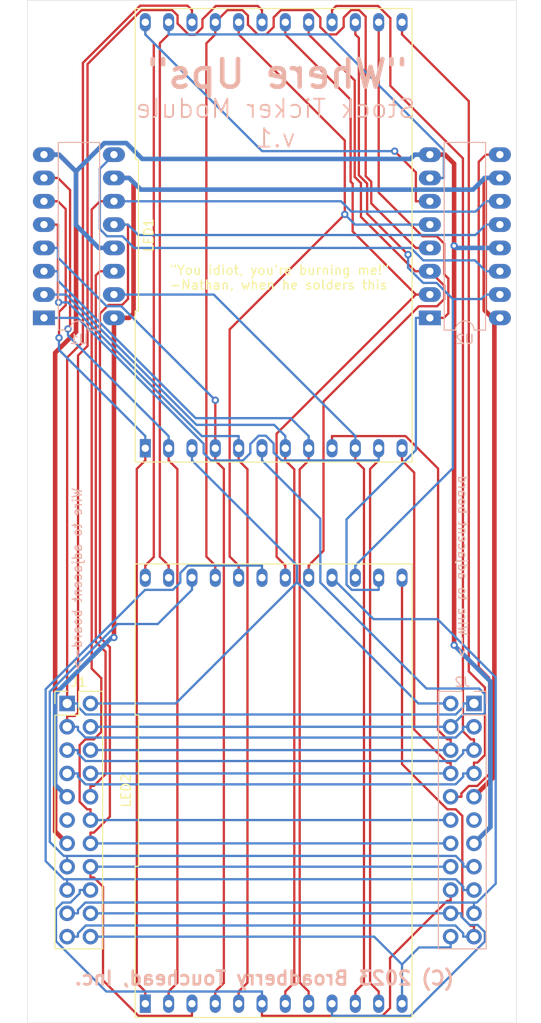
<source format=kicad_pcb>
(kicad_pcb (version 20221018) (generator pcbnew)
  (layers (0 "F.Cu" signal) (31 "B.Cu" signal) (34 "B.Paste" user) (35 "F.Paste" user) (36 "B.SilkS" user "B.Silkscreen") (37 "F.SilkS" user "F.Silkscreen") (38 "B.Mask" user) (39 "F.Mask" user) (44 "Edge.Cuts" user))
  (net 0 "")
  (net 1 "Net-(J1-Pin_1)")
  (net 2 "Net-(J1-Pin_2)")
  (net 3 "Net-(J1-Pin_3)")
  (net 4 "Net-(J1-Pin_4)")
  (net 5 "Net-(J1-Pin_8)")
  (net 6 "Net-(J1-Pin_10)")
  (net 7 "Net-(J1-Pin_12)")
  (net 8 "Net-(J1-Pin_14)")
  (net 9 "Net-(J1-Pin_15)")
  (net 10 "Net-(J1-Pin_16)")
  (net 11 "Net-(J1-Pin_17)")
  (net 12 "Net-(J1-Pin_18)")
  (net 13 "Net-(J1-Pin_19)")
  (net 14 "Net-(J1-Pin_20)")
  (net 15 "Net-(J1-Pin_21)")
  (net 16 "Net-(J1-Pin_22)")
  (net 17 "Net-(U1-QG)")
  (net 18 "Net-(U1-QH)")
  (net 19 "Net-(U1-QE)")
  (net 20 "Net-(U1-QF)")
  (net 21 "Net-(U1-QC)")
  (net 22 "Net-(U1-QD)")
  (net 23 "Net-(U1-QA)")
  (net 24 "Net-(U1-QB)")
  (net 25 "Net-(U2-QB)")
  (net 26 "Net-(U2-QA)")
  (net 27 "Net-(U2-QD)")
  (net 28 "Net-(U2-QC)")
  (net 29 "Net-(U2-QF)")
  (net 30 "Net-(U2-QE)")
  (net 31 "Net-(U2-QH)")
  (net 32 "Net-(U2-QG)")
  (net 33 "Net-(U1-QH')")
  (net 34 "Net-(J1-Pin_5)")
  (net 35 "Net-(J1-Pin_6)")
  (net 36 "Net-(J1-Pin_7)")
  (net 38 "Net-(J2-Pin_10)")
  (net 40 "+3V3")
  (net 41 "GND")
  (footprint "customLedMatrix:8x8BicolorMatrix" (layer "F.Cu") (at 150 69)
    (fp_text reference "LED1")
    (fp_text value "8x8BicolorMatrix")
  )
  (footprint "customLedMatrix:8x8BicolorMatrix" (layer "F.Cu") (at 150 129.5)
    (fp_text reference "LED2")
    (fp_text value "8x8BicolorMatrix")
  )
  (footprint "Connector_PinHeader_2.54mm:PinHeader_2x11_P2.54mm_Vertical" (layer "F.Cu") (at 127.525 120)
    (fp_text reference "J1")
    (fp_text value "Conn_02x11_Odd_Even")
  )
  (footprint "Package_DIP:DIP-16_W7.62mm_LongPads" (layer "B.Cu") (at 125 78)
    (fp_text reference "U1")
    (fp_text value "74HC595")
  )
  (footprint "Package_DIP:DIP-16_W7.62mm_LongPads" (layer "B.Cu") (at 167 78)
    (fp_text reference "U2")
    (fp_text value "74HC595")
  )
  (footprint "Connector_PinHeader_2.54mm:PinHeader_2x11_P2.54mm_Vertical" (layer "B.Cu") (at 171.8 120 180)
    (fp_text reference "J2")
    (fp_text value "Conn_02x11_Odd_Even")
  )
  (gr_rect (start 123.2 43.4) (end 176.4 154.8) (stroke (width 0.05)) (fill none) (layer "Edge.Cuts"))
  (gr_text "<-Wire to adjacent board" (at 170 115.2 -90) (layer "B.SilkS") (effects (font (size 1 1)) (justify left bottom mirror)))
  (gr_text "{dblquote}Where Ups{dblquote}" (at 150.4 53.2) (layer "B.SilkS") (effects (font (size 3 3) (thickness 0.5) bold) (justify bottom mirror)))
  (gr_text "Wire to adjacent board->" (at 129.2 96.4 90) (layer "B.SilkS") (effects (font (size 1 1)) (justify left bottom mirror)))
  (gr_text "(C) 2023 Broadberry Touchead, Inc." (at 169.8 150.8) (layer "B.SilkS") (effects (font (size 1.5 1.5) (thickness 0.3)) (justify left bottom mirror)))
  (gr_text "Stock Ticker Module\nv.1" (at 150.2 59.6) (layer "B.SilkS") (effects (font (size 2 2) (thickness 0.2)) (justify bottom mirror)))
  (gr_text "{dblquote}You idiot, you're burning me!{dblquote}\n-Nathan, when he solders this" (at 138.6 75) (layer "F.SilkS") (effects (font (size 1 1)) (justify left bottom)))
  (segment (start 140.6284 43.9933) (end 135.4737 43.9933) (width 0.25) (layer "F.Cu") (net 1))
  (segment (start 127.525 82.3257) (end 127.525 120) (width 0.25) (layer "F.Cu") (net 1))
  (segment (start 141.11 44.4749) (end 140.6284 43.9933) (width 0.25) (layer "F.Cu") (net 1))
  (segment (start 129.2373 80.6134) (end 127.525 82.3257) (width 0.25) (layer "F.Cu") (net 1))
  (segment (start 135.4737 43.9933) (end 129.2373 50.2297) (width 0.25) (layer "F.Cu") (net 1))
  (segment (start 129.2373 50.2297) (end 129.2373 80.6134) (width 0.25) (layer "F.Cu") (net 1))
  (segment (start 141.11 45.8) (end 141.11 44.4749) (width 0.25) (layer "F.Cu") (net 1))
  (segment (start 128.7001 120.3672) (end 129.5345 121.2016) (width 0.25) (layer "B.Cu") (net 1))
  (segment (start 169.8151 121.2016) (end 170.6249 120.3918) (width 0.25) (layer "B.Cu") (net 1))
  (segment (start 127.525 120) (end 128.7001 120) (width 0.25) (layer "B.Cu") (net 1))
  (segment (start 128.7001 120) (end 128.7001 120.3672) (width 0.25) (layer "B.Cu") (net 1))
  (segment (start 171.8 120) (end 170.6249 120) (width 0.25) (layer "B.Cu") (net 1))
  (segment (start 170.6249 120.3918) (end 170.6249 120) (width 0.25) (layer "B.Cu") (net 1))
  (segment (start 129.5345 121.2016) (end 169.8151 121.2016) (width 0.25) (layer "B.Cu") (net 1))
  (segment (start 152.54 104.9551) (end 152.54 106.7969) (width 0.25) (layer "B.Cu") (net 2))
  (segment (start 130.065 120) (end 139.3369 120) (width 0.25) (layer "B.Cu") (net 2))
  (segment (start 141.11 92.2) (end 141.11 93.5251) (width 0.25) (layer "B.Cu") (net 2))
  (segment (start 139.3369 120) (end 152.54 106.7969) (width 0.25) (layer "B.Cu") (net 2))
  (segment (start 152.54 106.7969) (end 165.7431 120) (width 0.25) (layer "B.Cu") (net 2))
  (segment (start 165.7431 120) (end 169.26 120) (width 0.25) (layer "B.Cu") (net 2))
  (segment (start 141.11 93.5251) (end 152.54 104.9551) (width 0.25) (layer "B.Cu") (net 2))
  (segment (start 148.2799 44.0248) (end 143.7064 44.0248) (width 0.25) (layer "F.Cu") (net 3))
  (segment (start 142.2474 46.3733) (end 141.4538 47.1669) (width 0.25) (layer "F.Cu") (net 3))
  (segment (start 139.5422 45.9409) (end 139.5422 45.055) (width 0.25) (layer "F.Cu") (net 3))
  (segment (start 148.73 45.8) (end 148.73 44.4749) (width 0.25) (layer "F.Cu") (net 3))
  (segment (start 129.7446 50.3591) (end 129.7446 81.0609) (width 0.25) (layer "F.Cu") (net 3))
  (segment (start 135.6288 44.4749) (end 129.7446 50.3591) (width 0.25) (layer "F.Cu") (net 3))
  (segment (start 140.7682 47.1669) (end 139.5422 45.9409) (width 0.25) (layer "F.Cu") (net 3))
  (segment (start 148.73 44.4749) (end 148.2799 44.0248) (width 0.25) (layer "F.Cu") (net 3))
  (segment (start 139.5422 45.055) (end 138.9621 44.4749) (width 0.25) (layer "F.Cu") (net 3))
  (segment (start 138.9621 44.4749) (end 135.6288 44.4749) (width 0.25) (layer "F.Cu") (net 3))
  (segment (start 129.7446 81.0609) (end 128.7086 82.0969) (width 0.25) (layer "F.Cu") (net 3))
  (segment (start 128.7086 82.0969) (end 128.7086 121.0123) (width 0.25) (layer "F.Cu") (net 3))
  (segment (start 142.2474 45.4838) (end 142.2474 46.3733) (width 0.25) (layer "F.Cu") (net 3))
  (segment (start 128.7086 121.0123) (end 128.356 121.3649) (width 0.25) (layer "F.Cu") (net 3))
  (segment (start 143.7064 44.0248) (end 142.2474 45.4838) (width 0.25) (layer "F.Cu") (net 3))
  (segment (start 128.356 121.3649) (end 127.525 121.3649) (width 0.25) (layer "F.Cu") (net 3))
  (segment (start 141.4538 47.1669) (end 140.7682 47.1669) (width 0.25) (layer "F.Cu") (net 3))
  (segment (start 127.525 122.54) (end 127.525 121.3649) (width 0.25) (layer "F.Cu") (net 3))
  (segment (start 128.7001 122.9073) (end 129.5079 123.7151) (width 0.25) (layer "B.Cu") (net 3))
  (segment (start 170.6249 122.9052) (end 170.6249 122.54) (width 0.25) (layer "B.Cu") (net 3))
  (segment (start 127.525 122.54) (end 128.7001 122.54) (width 0.25) (layer "B.Cu") (net 3))
  (segment (start 128.7001 122.54) (end 128.7001 122.9073) (width 0.25) (layer "B.Cu") (net 3))
  (segment (start 129.5079 123.7151) (end 169.815 123.7151) (width 0.25) (layer "B.Cu") (net 3))
  (segment (start 169.815 123.7151) (end 170.6249 122.9052) (width 0.25) (layer "B.Cu") (net 3))
  (segment (start 171.8 122.54) (end 170.6249 122.54) (width 0.25) (layer "B.Cu") (net 3))
  (segment (start 172.831 121.1752) (end 170.6248 121.1752) (width 0.25) (layer "B.Cu") (net 4))
  (segment (start 155.08 99.8751) (end 155.08 106.8226) (width 0.25) (layer "B.Cu") (net 4))
  (segment (start 148.73 93.5251) (end 155.08 99.8751) (width 0.25) (layer "B.Cu") (net 4))
  (segment (start 169.26 122.54) (end 131.2401 122.54) (width 0.25) (layer "B.Cu") (net 4))
  (segment (start 166.6311 118.3737) (end 172.361 118.3737) (width 0.25) (layer "B.Cu") (net 4))
  (segment (start 130.065 122.54) (end 131.2401 122.54) (width 0.25) (layer "B.Cu") (net 4))
  (segment (start 148.73 92.2) (end 148.73 93.5251) (width 0.25) (layer "B.Cu") (net 4))
  (segment (start 172.9752 121.031) (end 172.831 121.1752) (width 0.25) (layer "B.Cu") (net 4))
  (segment (start 170.6248 121.1752) (end 169.26 122.54) (width 0.25) (layer "B.Cu") (net 4))
  (segment (start 155.08 106.8226) (end 166.6311 118.3737) (width 0.25) (layer "B.Cu") (net 4))
  (segment (start 172.9752 118.9879) (end 172.9752 121.031) (width 0.25) (layer "B.Cu") (net 4))
  (segment (start 172.361 118.3737) (end 172.9752 118.9879) (width 0.25) (layer "B.Cu") (net 4))
  (segment (start 163.97 93.5251) (end 165.2951 94.8502) (width 0.25) (layer "F.Cu") (net 5))
  (segment (start 168.8947 126.4449) (end 169.26 126.4449) (width 0.25) (layer "F.Cu") (net 5))
  (segment (start 163.97 92.2) (end 163.97 93.5251) (width 0.25) (layer "F.Cu") (net 5))
  (segment (start 165.2951 122.8453) (end 168.8947 126.4449) (width 0.25) (layer "F.Cu") (net 5))
  (segment (start 169.26 127.62) (end 169.26 126.4449) (width 0.25) (layer "F.Cu") (net 5))
  (segment (start 165.2951 94.8502) (end 165.2951 122.8453) (width 0.25) (layer "F.Cu") (net 5))
  (segment (start 130.065 127.62) (end 169.26 127.62) (width 0.25) (layer "B.Cu") (net 5))
  (segment (start 131.0949 72.92) (end 130.6448 73.3701) (width 0.25) (layer "F.Cu") (net 6))
  (segment (start 132.62 72.92) (end 131.0949 72.92) (width 0.25) (layer "F.Cu") (net 6))
  (segment (start 131.7043 114.3571) (end 131.7043 127.7108) (width 0.25) (layer "F.Cu") (net 6))
  (segment (start 130.6448 73.3701) (end 130.6448 113.2976) (width 0.25) (layer "F.Cu") (net 6))
  (segment (start 130.4302 128.9849) (end 130.065 128.9849) (width 0.25) (layer "F.Cu") (net 6))
  (segment (start 130.6448 113.2976) (end 131.7043 114.3571) (width 0.25) (layer "F.Cu") (net 6))
  (segment (start 131.7043 127.7108) (end 130.4302 128.9849) (width 0.25) (layer "F.Cu") (net 6))
  (segment (start 130.065 130.16) (end 130.065 128.9849) (width 0.25) (layer "F.Cu") (net 6))
  (segment (start 130.4408 123.9048) (end 129.515 123.9048) (width 0.25) (layer "F.Cu") (net 7))
  (segment (start 131.2402 117.2492) (end 131.2402 123.1054) (width 0.25) (layer "F.Cu") (net 7))
  (segment (start 130.065 132.7) (end 130.065 131.5249) (width 0.25) (layer "F.Cu") (net 7))
  (segment (start 128.885 130.7102) (end 129.6997 131.5249) (width 0.25) (layer "F.Cu") (net 7))
  (segment (start 129.515 123.9048) (end 128.885 124.5348) (width 0.25) (layer "F.Cu") (net 7))
  (segment (start 129.6997 131.5249) (end 130.065 131.5249) (width 0.25) (layer "F.Cu") (net 7))
  (segment (start 131.2402 123.1054) (end 130.4408 123.9048) (width 0.25) (layer "F.Cu") (net 7))
  (segment (start 128.885 124.5348) (end 128.885 130.7102) (width 0.25) (layer "F.Cu") (net 7))
  (segment (start 130.1947 66.2002) (end 130.1947 116.2037) (width 0.25) (layer "F.Cu") (net 7))
  (segment (start 131.0949 65.3) (end 130.1947 66.2002) (width 0.25) (layer "F.Cu") (net 7))
  (segment (start 130.1947 116.2037) (end 131.2402 117.2492) (width 0.25) (layer "F.Cu") (net 7))
  (segment (start 132.62 65.3) (end 131.0949 65.3) (width 0.25) (layer "F.Cu") (net 7))
  (segment (start 171.9698 66.4251) (end 158.4635 66.4251) (width 0.25) (layer "B.Cu") (net 7))
  (segment (start 157.3384 65.3) (end 134.1451 65.3) (width 0.25) (layer "B.Cu") (net 7))
  (segment (start 174.62 65.3) (end 173.0949 65.3) (width 0.25) (layer "B.Cu") (net 7))
  (segment (start 130.065 132.7) (end 169.26 132.7) (width 0.25) (layer "B.Cu") (net 7))
  (segment (start 158.4635 66.4251) (end 157.3384 65.3) (width 0.25) (layer "B.Cu") (net 7))
  (segment (start 132.62 65.3) (end 134.1451 65.3) (width 0.25) (layer "B.Cu") (net 7))
  (segment (start 173.0949 65.3) (end 171.9698 66.4251) (width 0.25) (layer "B.Cu") (net 7))
  (segment (start 130.065 135.24) (end 130.065 134.0649) (width 0.25) (layer "F.Cu") (net 8))
  (segment (start 134.1451 67.84) (end 134.1451 75.9514) (width 0.25) (layer "F.Cu") (net 8))
  (segment (start 134.1451 75.9514) (end 133.5113 76.5852) (width 0.25) (layer "F.Cu") (net 8))
  (segment (start 132.1759 132.3192) (end 130.4302 134.0649) (width 0.25) (layer "F.Cu") (net 8))
  (segment (start 132.0435 76.5852) (end 131.0949 77.5338) (width 0.25) (layer "F.Cu") (net 8))
  (segment (start 130.4302 134.0649) (end 130.065 134.0649) (width 0.25) (layer "F.Cu") (net 8))
  (segment (start 132.1759 113.874) (end 132.1759 132.3192) (width 0.25) (layer "F.Cu") (net 8))
  (segment (start 131.0949 77.5338) (end 131.0949 112.793) (width 0.25) (layer "F.Cu") (net 8))
  (segment (start 133.5113 76.5852) (end 132.0435 76.5852) (width 0.25) (layer "F.Cu") (net 8))
  (segment (start 131.0949 112.793) (end 132.1759 113.874) (width 0.25) (layer "F.Cu") (net 8))
  (segment (start 132.62 67.84) (end 134.1451 67.84) (width 0.25) (layer "F.Cu") (net 8))
  (segment (start 132.62 67.84) (end 134.1451 67.84) (width 0.25) (layer "B.Cu") (net 8))
  (segment (start 130.065 135.24) (end 169.26 135.24) (width 0.25) (layer "B.Cu") (net 8))
  (segment (start 173.0949 67.84) (end 171.9623 68.9726) (width 0.25) (layer "B.Cu") (net 8))
  (segment (start 135.2777 68.9726) (end 134.1451 67.84) (width 0.25) (layer "B.Cu") (net 8))
  (segment (start 171.9623 68.9726) (end 135.2777 68.9726) (width 0.25) (layer "B.Cu") (net 8))
  (segment (start 174.62 67.84) (end 173.0949 67.84) (width 0.25) (layer "B.Cu") (net 8))
  (segment (start 127.525 136.6049) (end 127.1597 136.6049) (width 0.25) (layer "B.Cu") (net 9))
  (segment (start 125.6357 135.0809) (end 125.6357 118.7168) (width 0.25) (layer "B.Cu") (net 9))
  (segment (start 133.0085 111.344) (end 137.3912 111.344) (width 0.25) (layer "B.Cu") (net 9))
  (segment (start 169.815 136.6049) (end 170.6249 137.4148) (width 0.25) (layer "B.Cu") (net 9))
  (segment (start 127.525 136.6049) (end 169.815 136.6049) (width 0.25) (layer "B.Cu") (net 9))
  (segment (start 141.11 106.3) (end 141.11 107.6251) (width 0.25) (layer "B.Cu") (net 9))
  (segment (start 127.525 137.78) (end 127.525 136.7174) (width 0.25) (layer "B.Cu") (net 9))
  (segment (start 170.6249 137.4148) (end 170.6249 137.78) (width 0.25) (layer "B.Cu") (net 9))
  (segment (start 137.3912 111.3439) (end 141.11 107.6251) (width 0.25) (layer "B.Cu") (net 9))
  (segment (start 125.6357 118.7168) (end 133.0085 111.344) (width 0.25) (layer "B.Cu") (net 9))
  (segment (start 171.8 137.78) (end 170.6249 137.78) (width 0.25) (layer "B.Cu") (net 9))
  (segment (start 127.525 136.7174) (end 127.525 136.6049) (width 0.25) (layer "B.Cu") (net 9))
  (segment (start 137.3912 111.344) (end 137.3912 111.3439) (width 0.25) (layer "B.Cu") (net 9))
  (segment (start 127.1597 136.6049) (end 125.6357 135.0809) (width 0.25) (layer "B.Cu") (net 9))
  (segment (start 141.11 154.0251) (end 135.2953 154.0251) (width 0.25) (layer "F.Cu") (net 10))
  (segment (start 135.2953 154.0251) (end 131.4298 150.1596) (width 0.25) (layer "F.Cu") (net 10))
  (segment (start 130.065 137.78) (end 130.065 138.9551) (width 0.25) (layer "F.Cu") (net 10))
  (segment (start 130.4302 138.9551) (end 130.065 138.9551) (width 0.25) (layer "F.Cu") (net 10))
  (segment (start 131.4298 139.9547) (end 130.4302 138.9551) (width 0.25) (layer "F.Cu") (net 10))
  (segment (start 131.4298 150.1596) (end 131.4298 139.9547) (width 0.25) (layer "F.Cu") (net 10))
  (segment (start 141.11 152.7) (end 141.11 154.0251) (width 0.25) (layer "F.Cu") (net 10))
  (segment (start 169.26 137.78) (end 130.065 137.78) (width 0.25) (layer "B.Cu") (net 10))
  (segment (start 170.6249 139.9548) (end 170.6249 140.32) (width 0.25) (layer "B.Cu") (net 11))
  (segment (start 148.73 106.3) (end 148.73 104.9749) (width 0.25) (layer "B.Cu") (net 11))
  (segment (start 139.84 106.8197) (end 139.0345 107.6252) (width 0.25) (layer "B.Cu") (net 11))
  (segment (start 125.1853 137.1705) (end 127.1597 139.1449) (width 0.25) (layer "B.Cu") (net 11))
  (segment (start 139.0345 107.6252) (end 136.0107 107.6252) (width 0.25) (layer "B.Cu") (net 11))
  (segment (start 139.84 105.784) (end 139.84 106.8197) (width 0.25) (layer "B.Cu") (net 11))
  (segment (start 127.1597 139.1449) (end 127.525 139.1449) (width 0.25) (layer "B.Cu") (net 11))
  (segment (start 171.8 140.32) (end 170.6249 140.32) (width 0.25) (layer "B.Cu") (net 11))
  (segment (start 169.815 139.1449) (end 170.6249 139.9548) (width 0.25) (layer "B.Cu") (net 11))
  (segment (start 127.525 140.32) (end 127.525 139.2574) (width 0.25) (layer "B.Cu") (net 11))
  (segment (start 136.0107 107.6252) (end 125.1853 118.4506) (width 0.25) (layer "B.Cu") (net 11))
  (segment (start 127.525 139.2574) (end 127.525 139.1449) (width 0.25) (layer "B.Cu") (net 11))
  (segment (start 140.6491 104.9749) (end 139.84 105.784) (width 0.25) (layer "B.Cu") (net 11))
  (segment (start 148.73 104.9749) (end 140.6491 104.9749) (width 0.25) (layer "B.Cu") (net 11))
  (segment (start 125.1853 118.4506) (end 125.1853 137.1705) (width 0.25) (layer "B.Cu") (net 11))
  (segment (start 127.525 139.1449) (end 169.815 139.1449) (width 0.25) (layer "B.Cu") (net 11))
  (segment (start 162.6676 153.1861) (end 162.6676 147.7222) (width 0.25) (layer "F.Cu") (net 12))
  (segment (start 148.73 152.7) (end 148.73 154.0251) (width 0.25) (layer "F.Cu") (net 12))
  (segment (start 169.26 140.32) (end 169.26 141.4951) (width 0.25) (layer "F.Cu") (net 12))
  (segment (start 162.6676 147.7222) (end 168.8947 141.4951) (width 0.25) (layer "F.Cu") (net 12))
  (segment (start 168.8947 141.4951) (end 169.26 141.4951) (width 0.25) (layer "F.Cu") (net 12))
  (segment (start 148.73 154.0251) (end 161.8286 154.0251) (width 0.25) (layer "F.Cu") (net 12))
  (segment (start 161.8286 154.0251) (end 162.6676 153.1861) (width 0.25) (layer "F.Cu") (net 12))
  (segment (start 148.73 152.7) (end 148.73 151.3749) (width 0.25) (layer "B.Cu") (net 12))
  (segment (start 126.3096 145.8983) (end 126.3096 142.403) (width 0.25) (layer "B.Cu") (net 12))
  (segment (start 131.7862 151.3749) (end 126.3096 145.8983) (width 0.25) (layer "B.Cu") (net 12))
  (segment (start 130.065 140.32) (end 128.8899 140.32) (width 0.25) (layer "B.Cu") (net 12))
  (segment (start 127.0278 141.6848) (end 127.8903 141.6848) (width 0.25) (layer "B.Cu") (net 12))
  (segment (start 127.8903 141.6848) (end 128.8899 140.6852) (width 0.25) (layer "B.Cu") (net 12))
  (segment (start 148.73 151.3749) (end 131.7862 151.3749) (width 0.25) (layer "B.Cu") (net 12))
  (segment (start 128.8899 140.6852) (end 128.8899 140.32) (width 0.25) (layer "B.Cu") (net 12))
  (segment (start 126.3096 142.403) (end 127.0278 141.6848) (width 0.25) (layer "B.Cu") (net 12))
  (segment (start 127.525 142.86) (end 128.7001 142.86) (width 0.25) (layer "B.Cu") (net 13))
  (segment (start 128.7001 142.86) (end 128.7001 142.4927) (width 0.25) (layer "B.Cu") (net 13))
  (segment (start 171.8 142.86) (end 171.8 141.6849) (width 0.25) (layer "B.Cu") (net 13))
  (segment (start 129.5079 141.6849) (end 171.8 141.6849) (width 0.25) (layer "B.Cu") (net 13))
  (segment (start 156.35 106.3) (end 160.8669 110.8169) (width 0.25) (layer "B.Cu") (net 13))
  (segment (start 172.1027 141.6849) (end 171.8 141.6849) (width 0.25) (layer "B.Cu") (net 13))
  (segment (start 174.1641 139.6235) (end 172.1027 141.6849) (width 0.25) (layer "B.Cu") (net 13))
  (segment (start 174.1641 117.1473) (end 174.1641 139.6235) (width 0.25) (layer "B.Cu") (net 13))
  (segment (start 167.8337 110.8169) (end 174.1641 117.1473) (width 0.25) (layer "B.Cu") (net 13))
  (segment (start 160.8669 110.8169) (end 167.8337 110.8169) (width 0.25) (layer "B.Cu") (net 13))
  (segment (start 128.7001 142.4927) (end 129.5079 141.6849) (width 0.25) (layer "B.Cu") (net 13))
  (segment (start 130.065 142.86) (end 169.26 142.86) (width 0.25) (layer "B.Cu") (net 14))
  (segment (start 156.35 152.7) (end 156.35 154.0251) (width 0.25) (layer "B.Cu") (net 14))
  (segment (start 172.9814 144.898) (end 172.2134 144.13) (width 0.25) (layer "B.Cu") (net 14))
  (segment (start 156.35 154.0251) (end 164.8779 154.0251) (width 0.25) (layer "B.Cu") (net 14))
  (segment (start 171.3398 144.13) (end 170.4351 143.2253) (width 0.25) (layer "B.Cu") (net 14))
  (segment (start 164.8779 154.0251) (end 172.9814 145.9216) (width 0.25) (layer "B.Cu") (net 14))
  (segment (start 169.26 142.86) (end 170.4351 142.86) (width 0.25) (layer "B.Cu") (net 14))
  (segment (start 172.9814 145.9216) (end 172.9814 144.898) (width 0.25) (layer "B.Cu") (net 14))
  (segment (start 170.4351 143.2253) (end 170.4351 142.86) (width 0.25) (layer "B.Cu") (net 14))
  (segment (start 172.2134 144.13) (end 171.3398 144.13) (width 0.25) (layer "B.Cu") (net 14))
  (segment (start 171.4347 144.2249) (end 171.8 144.2249) (width 0.25) (layer "F.Cu") (net 15))
  (segment (start 168.8917 131.5248) (end 169.8133 131.5248) (width 0.25) (layer "F.Cu") (net 15))
  (segment (start 171.8 145.4) (end 171.8 144.2249) (width 0.25) (layer "F.Cu") (net 15))
  (segment (start 170.53 132.2415) (end 170.53 143.3202) (width 0.25) (layer "F.Cu") (net 15))
  (segment (start 169.8133 131.5248) (end 170.53 132.2415) (width 0.25) (layer "F.Cu") (net 15))
  (segment (start 170.53 143.3202) (end 171.4347 144.2249) (width 0.25) (layer "F.Cu") (net 15))
  (segment (start 163.97 126.6031) (end 168.8917 131.5248) (width 0.25) (layer "F.Cu") (net 15))
  (segment (start 163.97 106.3) (end 163.97 126.6031) (width 0.25) (layer "F.Cu") (net 15))
  (segment (start 170.6249 145.4) (end 170.6249 145.0328) (width 0.25) (layer "B.Cu") (net 15))
  (segment (start 170.6249 145.0328) (end 169.7753 144.1832) (width 0.25) (layer "B.Cu") (net 15))
  (segment (start 127.525 145.4) (end 128.7001 145.4) (width 0.25) (layer "B.Cu") (net 15))
  (segment (start 128.7001 145.0347) (end 128.7001 145.4) (width 0.25) (layer "B.Cu") (net 15))
  (segment (start 129.5516 144.1832) (end 128.7001 145.0347) (width 0.25) (layer "B.Cu") (net 15))
  (segment (start 171.8 145.4) (end 170.6249 145.4) (width 0.25) (layer "B.Cu") (net 15))
  (segment (start 169.7753 144.1832) (end 129.5516 144.1832) (width 0.25) (layer "B.Cu") (net 15))
  (segment (start 160.9435 145.4) (end 163.97 148.4265) (width 0.25) (layer "B.Cu") (net 16))
  (segment (start 131.2401 145.4) (end 160.9435 145.4) (width 0.25) (layer "B.Cu") (net 16))
  (segment (start 169.26 146.5751) (end 165.8214 146.5751) (width 0.25) (layer "B.Cu") (net 16))
  (segment (start 165.8214 146.5751) (end 163.97 148.4265) (width 0.25) (layer "B.Cu") (net 16))
  (segment (start 130.065 145.4) (end 131.2401 145.4) (width 0.25) (layer "B.Cu") (net 16))
  (segment (start 163.97 152.7) (end 163.97 151.4874) (width 0.25) (layer "B.Cu") (net 16))
  (segment (start 169.26 145.4) (end 169.26 146.5751) (width 0.25) (layer "B.Cu") (net 16))
  (segment (start 163.97 151.4874) (end 163.97 148.4265) (width 0.25) (layer "B.Cu") (net 16))
  (segment (start 127.3669 66.1418) (end 126.5251 65.3) (width 0.25) (layer "F.Cu") (net 17))
  (segment (start 136.03 152.7) (end 136.03 151.3749) (width 0.25) (layer "F.Cu") (net 17))
  (segment (start 126.6403 80.171) (end 126.6403 77.3507) (width 0.25) (layer "F.Cu") (net 17))
  (segment (start 127.3669 76.6241) (end 127.3669 66.1418) (width 0.25) (layer "F.Cu") (net 17))
  (segment (start 126.6403 77.3507) (end 127.3669 76.6241) (width 0.25) (layer "F.Cu") (net 17))
  (segment (start 135.1049 94.4502) (end 135.1049 150.4498) (width 0.25) (layer "F.Cu") (net 17))
  (segment (start 136.03 93.5251) (end 135.1049 94.4502) (width 0.25) (layer "F.Cu") (net 17))
  (segment (start 135.1049 150.4498) (end 136.03 151.3749) (width 0.25) (layer "F.Cu") (net 17))
  (segment (start 136.03 92.2) (end 136.03 93.5251) (width 0.25) (layer "F.Cu") (net 17))
  (segment (start 125 65.3) (end 126.5251 65.3) (width 0.25) (layer "F.Cu") (net 17))
  (via (at 126.6403 80.171) (size 0.8) (drill 0.4) (layers "F.Cu" "B.Cu") (net 17))
  (segment (start 136.03 92.2) (end 136.03 90.8749) (width 0.25) (layer "B.Cu") (net 17))
  (segment (start 126.6403 81.4852) (end 126.6403 80.171) (width 0.25) (layer "B.Cu") (net 17))
  (segment (start 136.03 90.8749) (end 126.6403 81.4852) (width 0.25) (layer "B.Cu") (net 17))
  (segment (start 127.8438 64.0787) (end 127.8438 78.9751) (width 0.25) (layer "F.Cu") (net 18))
  (segment (start 139.5224 94.4775) (end 139.5224 150.4225) (width 0.25) (layer "F.Cu") (net 18))
  (segment (start 125 62.76) (end 126.5251 62.76) (width 0.25) (layer "F.Cu") (net 18))
  (segment (start 126.5251 62.76) (end 127.8438 64.0787) (width 0.25) (layer "F.Cu") (net 18))
  (segment (start 138.57 92.2) (end 138.57 93.5251) (width 0.25) (layer "F.Cu") (net 18))
  (segment (start 127.8438 78.9751) (end 127.613 79.2059) (width 0.25) (layer "F.Cu") (net 18))
  (segment (start 138.57 152.7) (end 138.57 151.3749) (width 0.25) (layer "F.Cu") (net 18))
  (segment (start 139.5224 150.4225) (end 138.57 151.3749) (width 0.25) (layer "F.Cu") (net 18))
  (segment (start 138.57 93.5251) (end 139.5224 94.4775) (width 0.25) (layer "F.Cu") (net 18))
  (via (at 127.613 79.2059) (size 0.8) (drill 0.4) (layers "F.Cu" "B.Cu") (net 18))
  (segment (start 138.57 90.8749) (end 127.613 79.9179) (width 0.25) (layer "B.Cu") (net 18))
  (segment (start 127.613 79.9179) (end 127.613 79.2059) (width 0.25) (layer "B.Cu") (net 18))
  (segment (start 138.57 92.2) (end 138.57 90.8749) (width 0.25) (layer "B.Cu") (net 18))
  (segment (start 143.65 92.2) (end 143.65 93.5251) (width 0.25) (layer "F.Cu") (net 19))
  (segment (start 143.65 151.3749) (end 144.5777 150.4472) (width 0.25) (layer "F.Cu") (net 19))
  (segment (start 144.5777 94.4528) (end 143.65 93.5251) (width 0.25) (layer "F.Cu") (net 19))
  (segment (start 143.65 92.2) (end 143.65 86.9671) (width 0.25) (layer "F.Cu") (net 19))
  (segment (start 144.5777 150.4472) (end 144.5777 94.4528) (width 0.25) (layer "F.Cu") (net 19))
  (segment (start 143.65 152.7) (end 143.65 151.3749) (width 0.25) (layer "F.Cu") (net 19))
  (via (at 143.65 86.9671) (size 0.8) (drill 0.4) (layers "F.Cu" "B.Cu") (net 19))
  (segment (start 126.5251 71.4285) (end 131.8266 76.73) (width 0.25) (layer "B.Cu") (net 19))
  (segment (start 126.5251 70.38) (end 126.5251 71.4285) (width 0.25) (layer "B.Cu") (net 19))
  (segment (start 131.8266 76.73) (end 133.4129 76.73) (width 0.25) (layer "B.Cu") (net 19))
  (segment (start 125 70.38) (end 126.5251 70.38) (width 0.25) (layer "B.Cu") (net 19))
  (segment (start 133.4129 76.73) (end 143.65 86.9671) (width 0.25) (layer "B.Cu") (net 19))
  (segment (start 126.5251 76.2406) (end 126.5974 76.3129) (width 0.25) (layer "F.Cu") (net 20))
  (segment (start 125 67.84) (end 126.5251 67.84) (width 0.25) (layer "F.Cu") (net 20))
  (segment (start 147.1487 94.4838) (end 147.1487 150.4162) (width 0.25) (layer "F.Cu") (net 20))
  (segment (start 146.19 152.7) (end 146.19 151.3749) (width 0.25) (layer "F.Cu") (net 20))
  (segment (start 126.5251 67.84) (end 126.5251 76.2406) (width 0.25) (layer "F.Cu") (net 20))
  (segment (start 146.19 93.5251) (end 147.1487 94.4838) (width 0.25) (layer "F.Cu") (net 20))
  (segment (start 147.1487 150.4162) (end 146.19 151.3749) (width 0.25) (layer "F.Cu") (net 20))
  (segment (start 146.19 92.2) (end 146.19 93.5251) (width 0.25) (layer "F.Cu") (net 20))
  (via (at 126.5974 76.3129) (size 0.8) (drill 0.4) (layers "F.Cu" "B.Cu") (net 20))
  (segment (start 127.6206 76.3129) (end 142.1826 90.8749) (width 0.25) (layer "B.Cu") (net 20))
  (segment (start 126.5974 76.3129) (end 127.6206 76.3129) (width 0.25) (layer "B.Cu") (net 20))
  (segment (start 142.1826 90.8749) (end 146.19 90.8749) (width 0.25) (layer "B.Cu") (net 20))
  (segment (start 146.19 92.2) (end 146.19 90.8749) (width 0.25) (layer "B.Cu") (net 20))
  (segment (start 151.27 92.2) (end 151.27 93.5251) (width 0.25) (layer "F.Cu") (net 21))
  (segment (start 151.27 152.7) (end 151.27 151.3749) (width 0.25) (layer "F.Cu") (net 21))
  (segment (start 152.245 150.3999) (end 151.27 151.3749) (width 0.25) (layer "F.Cu") (net 21))
  (segment (start 151.27 93.5251) (end 152.245 94.5001) (width 0.25) (layer "F.Cu") (net 21))
  (segment (start 152.245 94.5001) (end 152.245 150.3999) (width 0.25) (layer "F.Cu") (net 21))
  (segment (start 150.0465 89.6514) (end 151.27 90.8749) (width 0.25) (layer "B.Cu") (net 21))
  (segment (start 151.27 92.2) (end 151.27 90.8749) (width 0.25) (layer "B.Cu") (net 21))
  (segment (start 125 75.46) (end 127.4068 75.46) (width 0.25) (layer "B.Cu") (net 21))
  (segment (start 127.4068 75.46) (end 141.5982 89.6514) (width 0.25) (layer "B.Cu") (net 21))
  (segment (start 141.5982 89.6514) (end 150.0465 89.6514) (width 0.25) (layer "B.Cu") (net 21))
  (segment (start 153.81 152.7) (end 153.81 151.3749) (width 0.25) (layer "F.Cu") (net 22))
  (segment (start 153.81 93.5251) (end 152.8346 94.5005) (width 0.25) (layer "F.Cu") (net 22))
  (segment (start 153.81 92.2) (end 153.81 93.5251) (width 0.25) (layer "F.Cu") (net 22))
  (segment (start 152.8346 150.3995) (end 153.81 151.3749) (width 0.25) (layer "F.Cu") (net 22))
  (segment (start 152.8346 94.5005) (end 152.8346 150.3995) (width 0.25) (layer "F.Cu") (net 22))
  (segment (start 126.5251 72.92) (end 126.5251 73.9415) (width 0.25) (layer "B.Cu") (net 22))
  (segment (start 126.5251 73.9415) (end 141.5068 88.9232) (width 0.25) (layer "B.Cu") (net 22))
  (segment (start 153.81 92.2) (end 153.81 90.8749) (width 0.25) (layer "B.Cu") (net 22))
  (segment (start 151.8583 88.9232) (end 153.81 90.8749) (width 0.25) (layer "B.Cu") (net 22))
  (segment (start 125 72.92) (end 126.5251 72.92) (width 0.25) (layer "B.Cu") (net 22))
  (segment (start 141.5068 88.9232) (end 151.8583 88.9232) (width 0.25) (layer "B.Cu") (net 22))
  (segment (start 158.89 152.7) (end 158.89 151.3749) (width 0.25) (layer "F.Cu") (net 23))
  (segment (start 159.8281 150.4368) (end 158.89 151.3749) (width 0.25) (layer "F.Cu") (net 23))
  (segment (start 158.89 92.2) (end 158.89 93.5251) (width 0.25) (layer "F.Cu") (net 23))
  (segment (start 159.8281 94.4632) (end 159.8281 150.4368) (width 0.25) (layer "F.Cu") (net 23))
  (segment (start 158.89 93.5251) (end 159.8281 94.4632) (width 0.25) (layer "F.Cu") (net 23))
  (segment (start 143.4751 75.46) (end 158.89 90.8749) (width 0.25) (layer "B.Cu") (net 23))
  (segment (start 132.62 75.46) (end 143.4751 75.46) (width 0.25) (layer "B.Cu") (net 23))
  (segment (start 158.89 92.2) (end 158.89 90.8749) (width 0.25) (layer "B.Cu") (net 23))
  (segment (start 161.43 92.2) (end 161.43 93.5251) (width 0.25) (layer "F.Cu") (net 24))
  (segment (start 161.43 93.5251) (end 160.4949 94.4602) (width 0.25) (layer "F.Cu") (net 24))
  (segment (start 161.43 152.7) (end 161.43 151.3749) (width 0.25) (layer "F.Cu") (net 24))
  (segment (start 160.4949 94.4602) (end 160.4949 150.4398) (width 0.25) (layer "F.Cu") (net 24))
  (segment (start 160.4949 150.4398) (end 161.43 151.3749) (width 0.25) (layer "F.Cu") (net 24))
  (segment (start 146.6648 93.5252) (end 147.46 92.73) (width 0.25) (layer "B.Cu") (net 24))
  (segment (start 149.1445 90.8352) (end 150 91.6907) (width 0.25) (layer "B.Cu") (net 24))
  (segment (start 143.1745 93.5252) (end 146.6648 93.5252) (width 0.25) (layer "B.Cu") (net 24))
  (segment (start 142.38 91.709) (end 142.38 92.7307) (width 0.25) (layer "B.Cu") (net 24))
  (segment (start 126.5251 78) (end 128.671 78) (width 0.25) (layer "B.Cu") (net 24))
  (segment (start 142.38 92.7307) (end 143.1745 93.5252) (width 0.25) (layer "B.Cu") (net 24))
  (segment (start 147.46 92.73) (end 147.46 91.7421) (width 0.25) (layer "B.Cu") (net 24))
  (segment (start 150.8432 93.5251) (end 161.43 93.5251) (width 0.25) (layer "B.Cu") (net 24))
  (segment (start 125 78) (end 126.5251 78) (width 0.25) (layer "B.Cu") (net 24))
  (segment (start 147.46 91.7421) (end 148.3669 90.8352) (width 0.25) (layer "B.Cu") (net 24))
  (segment (start 148.3669 90.8352) (end 149.1445 90.8352) (width 0.25) (layer "B.Cu") (net 24))
  (segment (start 128.671 78) (end 142.38 91.709) (width 0.25) (layer "B.Cu") (net 24))
  (segment (start 150 91.6907) (end 150 92.6819) (width 0.25) (layer "B.Cu") (net 24))
  (segment (start 150 92.6819) (end 150.8432 93.5251) (width 0.25) (layer "B.Cu") (net 24))
  (segment (start 161.43 92.2) (end 161.43 93.5251) (width 0.25) (layer "B.Cu") (net 24))
  (segment (start 161.43 64.3505) (end 161.43 45.8) (width 0.25) (layer "F.Cu") (net 25))
  (segment (start 168.5599 73.2545) (end 168.5599 69.9063) (width 0.25) (layer "F.Cu") (net 25))
  (segment (start 168.5251 78) (end 169.01 77.5151) (width 0.25) (layer "F.Cu") (net 25))
  (segment (start 167 78) (end 168.5251 78) (width 0.25) (layer "F.Cu") (net 25))
  (segment (start 166.1895 69.11) (end 161.43 64.3505) (width 0.25) (layer "F.Cu") (net 25))
  (segment (start 169.01 73.7046) (end 168.5599 73.2545) (width 0.25) (layer "F.Cu") (net 25))
  (segment (start 168.5599 69.9063) (end 167.7636 69.11) (width 0.25) (layer "F.Cu") (net 25))
  (segment (start 167.7636 69.11) (end 166.1895 69.11) (width 0.25) (layer "F.Cu") (net 25))
  (segment (start 169.01 77.5151) (end 169.01 73.7046) (width 0.25) (layer "F.Cu") (net 25))
  (segment (start 167 78) (end 165.4749 78) (width 0.25) (layer "B.Cu") (net 25))
  (segment (start 157.9308 99.9476) (end 157.9308 107.0572) (width 0.25) (layer "B.Cu") (net 25))
  (segment (start 165.4749 92.4035) (end 157.9308 99.9476) (width 0.25) (layer "B.Cu") (net 25))
  (segment (start 157.9308 107.0572) (end 158.4987 107.6251) (width 0.25) (layer "B.Cu") (net 25))
  (segment (start 165.4749 78) (end 165.4749 92.4035) (width 0.25) (layer "B.Cu") (net 25))
  (segment (start 161.43 106.3) (end 161.43 107.6251) (width 0.25) (layer "B.Cu") (net 25))
  (segment (start 158.4987 107.6251) (end 161.43 107.6251) (width 0.25) (layer "B.Cu") (net 25))
  (segment (start 160.1735 66.6501) (end 160.1735 63.3608) (width 0.25) (layer "F.Cu") (net 26))
  (segment (start 159.2733 47.5084) (end 158.89 47.1251) (width 0.25) (layer "F.Cu") (net 26))
  (segment (start 159.2733 62.4606) (end 159.2733 47.5084) (width 0.25) (layer "F.Cu") (net 26))
  (segment (start 158.89 45.8) (end 158.89 47.1251) (width 0.25) (layer "F.Cu") (net 26))
  (segment (start 160.1735 63.3608) (end 159.2733 62.4606) (width 0.25) (layer "F.Cu") (net 26))
  (segment (start 164.6289 71.1055) (end 160.1735 66.6501) (width 0.25) (layer "F.Cu") (net 26))
  (via (at 164.6289 71.1055) (size 0.8) (drill 0.4) (layers "F.Cu" "B.Cu") (net 26))
  (segment (start 172.6081 75.9468) (end 173.0949 75.46) (width 0.25) (layer "B.Cu") (net 26))
  (segment (start 166.2744 74.19) (end 164.6289 72.5445) (width 0.25) (layer "B.Cu") (net 26))
  (segment (start 174.62 75.46) (end 173.0949 75.46) (width 0.25) (layer "B.Cu") (net 26))
  (segment (start 158.89 106.3) (end 158.89 104.9749) (width 0.25) (layer "B.Cu") (net 26))
  (segment (start 169.4988 94.3661) (end 158.89 104.9749) (width 0.25) (layer "B.Cu") (net 26))
  (segment (start 169.4988 75.9468) (end 172.6081 75.9468) (width 0.25) (layer "B.Cu") (net 26))
  (segment (start 167.742 74.19) (end 166.2744 74.19) (width 0.25) (layer "B.Cu") (net 26))
  (segment (start 169.4988 75.9468) (end 169.4988 94.3661) (width 0.25) (layer "B.Cu") (net 26))
  (segment (start 169.4988 75.9468) (end 167.742 74.19) (width 0.25) (layer "B.Cu") (net 26))
  (segment (start 164.6289 72.5445) (end 164.6289 71.1055) (width 0.25) (layer "B.Cu") (net 26))
  (segment (start 159.4984 67.0007) (end 159.4984 63.3224) (width 0.25) (layer "F.Cu") (net 27))
  (segment (start 158.8231 62.6471) (end 158.8231 52.1382) (width 0.25) (layer "F.Cu") (net 27))
  (segment (start 167 72.92) (end 168.5599 74.4799) (width 0.25) (layer "F.Cu") (net 27))
  (segment (start 153.81 106.3) (end 153.81 104.9749) (width 0.25) (layer "F.Cu") (net 27))
  (segment (start 159.4984 63.3224) (end 158.8231 62.6471) (width 0.25) (layer "F.Cu") (net 27))
  (segment (start 155.4248 87.114) (end 155.4248 103.3601) (width 0.25) (layer "F.Cu") (net 27))
  (segment (start 167.7872 76.73) (end 165.8088 76.73) (width 0.25) (layer "F.Cu") (net 27))
  (segment (start 168.5599 74.4799) (end 168.5599 75.9573) (width 0.25) (layer "F.Cu") (net 27))
  (segment (start 165.4177 72.92) (end 159.4984 67.0007) (width 0.25) (layer "F.Cu") (net 27))
  (segment (start 158.8231 52.1382) (end 153.81 47.1251) (width 0.25) (layer "F.Cu") (net 27))
  (segment (start 165.8088 76.73) (end 155.4248 87.114) (width 0.25) (layer "F.Cu") (net 27))
  (segment (start 155.4248 103.3601) (end 153.81 104.9749) (width 0.25) (layer "F.Cu") (net 27))
  (segment (start 153.81 45.8) (end 153.81 47.1251) (width 0.25) (layer "F.Cu") (net 27))
  (segment (start 168.5599 75.9573) (end 167.7872 76.73) (width 0.25) (layer "F.Cu") (net 27))
  (segment (start 167 72.92) (end 165.4177 72.92) (width 0.25) (layer "F.Cu") (net 27))
  (segment (start 158.5981 68.5832) (end 158.5981 63.3768) (width 0.25) (layer "F.Cu") (net 28))
  (segment (start 167 75.46) (end 165.4749 75.46) (width 0.25) (layer "F.Cu") (net 28))
  (segment (start 158.3729 63.1516) (end 158.3729 54.228) (width 0.25) (layer "F.Cu") (net 28))
  (segment (start 150.3175 104.0224) (end 150.3175 90.6174) (width 0.25) (layer "F.Cu") (net 28))
  (segment (start 158.3729 54.228) (end 151.27 47.1251) (width 0.25) (layer "F.Cu") (net 28))
  (segment (start 150.3175 90.6174) (end 165.4749 75.46) (width 0.25) (layer "F.Cu") (net 28))
  (segment (start 158.5981 63.3768) (end 158.3729 63.1516) (width 0.25) (layer "F.Cu") (net 28))
  (segment (start 165.4749 75.46) (end 158.5981 68.5832) (width 0.25) (layer "F.Cu") (net 28))
  (segment (start 151.27 106.3) (end 151.27 104.9749) (width 0.25) (layer "F.Cu") (net 28))
  (segment (start 151.27 104.9749) (end 150.3175 104.0224) (width 0.25) (layer "F.Cu") (net 28))
  (segment (start 151.27 45.8) (end 151.27 47.1251) (width 0.25) (layer "F.Cu") (net 28))
  (segment (start 145.2116 103.9965) (end 145.2116 79.2555) (width 0.25) (layer "F.Cu") (net 29))
  (segment (start 157.74 58.6751) (end 157.74 66.7271) (width 0.25) (layer "F.Cu") (net 29))
  (segment (start 146.19 47.1251) (end 157.74 58.6751) (width 0.25) (layer "F.Cu") (net 29))
  (segment (start 146.19 106.3) (end 146.19 104.9749) (width 0.25) (layer "F.Cu") (net 29))
  (segment (start 146.19 45.8) (end 146.19 47.1251) (width 0.25) (layer "F.Cu") (net 29))
  (segment (start 146.19 104.9749) (end 145.2116 103.9965) (width 0.25) (layer "F.Cu") (net 29))
  (segment (start 145.2116 79.2555) (end 157.74 66.7271) (width 0.25) (layer "F.Cu") (net 29))
  (via (at 157.74 66.7271) (size 0.8) (drill 0.4) (layers "F.Cu" "B.Cu") (net 29))
  (segment (start 167 67.84) (end 158.8529 67.84) (width 0.25) (layer "B.Cu") (net 29))
  (segment (start 158.8529 67.84) (end 157.74 66.7271) (width 0.25) (layer "B.Cu") (net 29))
  (segment (start 157.62 45.2865) (end 157.62 46.3208) (width 0.25) (layer "F.Cu") (net 30))
  (segment (start 154.2684 44.4748) (end 150.7952 44.4748) (width 0.25) (layer "F.Cu") (net 30))
  (segment (start 157.62 46.3208) (end 156.8156 47.1252) (width 0.25) (layer "F.Cu") (net 30))
  (segment (start 160.0147 45.191) (end 159.2986 44.4749) (width 0.25) (layer "F.Cu") (net 30))
  (segment (start 155.08 45.2864) (end 154.2684 44.4748) (width 0.25) (layer "F.Cu") (net 30))
  (segment (start 150 45.27) (end 150 46.3136) (width 0.25) (layer "F.Cu") (net 30))
  (segment (start 160.0147 62.5654) (end 160.0147 45.191) (width 0.25) (layer "F.Cu") (net 30))
  (segment (start 165.4749 70.38) (end 160.6236 65.5287) (width 0.25) (layer "F.Cu") (net 30))
  (segment (start 158.4316 44.4749) (end 157.62 45.2865) (width 0.25) (layer "F.Cu") (net 30))
  (segment (start 160.6236 65.5287) (end 160.6236 63.1743) (width 0.25) (layer "F.Cu") (net 30))
  (segment (start 143.65 106.3) (end 143.65 104.9749) (width 0.25) (layer "F.Cu") (net 30))
  (segment (start 147.2026 45.074) (end 146.6035 44.4749) (width 0.25) (layer "F.Cu") (net 30))
  (segment (start 159.2986 44.4749) (end 158.4316 44.4749) (width 0.25) (layer "F.Cu") (net 30))
  (segment (start 160.6236 63.1743) (end 160.0147 62.5654) (width 0.25) (layer "F.Cu") (net 30))
  (segment (start 143.65 47.1251) (end 142.6777 48.0974) (width 0.25) (layer "F.Cu") (net 30))
  (segment (start 167 70.38) (end 165.4749 70.38) (width 0.25) (layer "F.Cu") (net 30))
  (segment (start 146.6035 44.4749) (end 144.9751 44.4749) (width 0.25) (layer "F.Cu") (net 30))
  (segment (start 144.9751 44.4749) (end 143.65 45.8) (width 0.25) (layer "F.Cu") (net 30))
  (segment (start 143.65 45.8) (end 143.65 47.1251) (width 0.25) (layer "F.Cu") (net 30))
  (segment (start 155.8752 47.1252) (end 155.08 46.33) (width 0.25) (layer "F.Cu") (net 30))
  (segment (start 155.08 46.33) (end 155.08 45.2864) (width 0.25) (layer "F.Cu") (net 30))
  (segment (start 142.6777 48.0974) (end 142.6777 104.0026) (width 0.25) (layer "F.Cu") (net 30))
  (segment (start 150 46.3136) (end 149.1884 47.1252) (width 0.25) (layer "F.Cu") (net 30))
  (segment (start 142.6777 104.0026) (end 143.65 104.9749) (width 0.25) (layer "F.Cu") (net 30))
  (segment (start 149.1884 47.1252) (end 148.2552 47.1252) (width 0.25) (layer "F.Cu") (net 30))
  (segment (start 156.8156 47.1252) (end 155.8752 47.1252) (width 0.25) (layer "F.Cu") (net 30))
  (segment (start 150.7952 44.4748) (end 150 45.27) (width 0.25) (layer "F.Cu") (net 30))
  (segment (start 147.2026 46.0726) (end 147.2026 45.074) (width 0.25) (layer "F.Cu") (net 30))
  (segment (start 148.2552 47.1252) (end 147.2026 46.0726) (width 0.25) (layer "F.Cu") (net 30))
  (segment (start 138.57 47.1251) (end 137.6109 48.0842) (width 0.25) (layer "F.Cu") (net 31))
  (segment (start 138.57 45.8) (end 138.57 47.1251) (width 0.25) (layer "F.Cu") (net 31))
  (segment (start 138.57 106.3) (end 138.57 104.9749) (width 0.25) (layer "F.Cu") (net 31))
  (segment (start 137.6109 48.0842) (end 137.6109 104.0158) (width 0.25) (layer "F.Cu") (net 31))
  (segment (start 137.6109 104.0158) (end 138.57 104.9749) (width 0.25) (layer "F.Cu") (net 31))
  (segment (start 138.57 47.1251) (end 155.905 47.1251) (width 0.25) (layer "B.Cu") (net 31))
  (segment (start 168.5251 59.7452) (end 168.5251 62.76) (width 0.25) (layer "B.Cu") (net 31))
  (segment (start 155.905 47.1251) (end 168.5251 59.7452) (width 0.25) (layer "B.Cu") (net 31))
  (segment (start 138.57 45.8) (end 138.57 47.1251) (width 0.25) (layer "B.Cu") (net 31))
  (segment (start 167 62.76) (end 168.5251 62.76) (width 0.25) (layer "B.Cu") (net 31))
  (segment (start 136.03 106.3) (end 136.03 104.9749) (width 0.25) (layer "F.Cu") (net 32))
  (segment (start 165.4749 65.3) (end 165.4749 62.1469) (width 0.25) (layer "F.Cu") (net 32))
  (segment (start 165.4749 62.1469) (end 163.167 59.839) (width 0.25) (layer "F.Cu") (net 32))
  (segment (start 136.9551 48.0502) (end 136.9551 104.0498) (width 0.25) (layer "F.Cu") (net 32))
  (segment (start 136.03 45.8) (end 136.03 47.1251) (width 0.25) (layer "F.Cu") (net 32))
  (segment (start 136.9551 104.0498) (end 136.03 104.9749) (width 0.25) (layer "F.Cu") (net 32))
  (segment (start 167 65.3) (end 165.4749 65.3) (width 0.25) (layer "F.Cu") (net 32))
  (segment (start 136.03 47.1251) (end 136.9551 48.0502) (width 0.25) (layer "F.Cu") (net 32))
  (via (at 163.167 59.839) (size 0.8) (drill 0.4) (layers "F.Cu" "B.Cu") (net 32))
  (segment (start 148.7439 59.839) (end 136.03 47.1251) (width 0.25) (layer "B.Cu") (net 32))
  (segment (start 163.167 59.839) (end 148.7439 59.839) (width 0.25) (layer "B.Cu") (net 32))
  (segment (start 136.03 45.8) (end 136.03 47.1251) (width 0.25) (layer "B.Cu") (net 32))
  (segment (start 164.9293 70.3804) (end 134.8204 70.3804) (width 0.25) (layer "B.Cu") (net 33))
  (segment (start 166.2847 71.7358) (end 164.9293 70.3804) (width 0.25) (layer "B.Cu") (net 33))
  (segment (start 133.55 69.11) (end 131.862 69.11) (width 0.25) (layer "B.Cu") (net 33))
  (segment (start 173.0949 72.92) (end 171.9107 71.7358) (width 0.25) (layer "B.Cu") (net 33))
  (segment (start 131.0824 68.3304) (end 131.0824 61.7576) (width 0.25) (layer "B.Cu") (net 33))
  (segment (start 134.8204 70.3804) (end 133.55 69.11) (width 0.25) (layer "B.Cu") (net 33))
  (segment (start 171.9107 71.7358) (end 166.2847 71.7358) (width 0.25) (layer "B.Cu") (net 33))
  (segment (start 131.0824 61.7576) (end 132.62 60.22) (width 0.25) (layer "B.Cu") (net 33))
  (segment (start 174.62 72.92) (end 173.0949 72.92) (width 0.25) (layer "B.Cu") (net 33))
  (segment (start 131.862 69.11) (end 131.0824 68.3304) (width 0.25) (layer "B.Cu") (net 33))
  (segment (start 171.4731 123.9049) (end 170.5967 123.0285) (width 0.25) (layer "F.Cu") (net 34))
  (segment (start 161.3735 44.0248) (end 156.8001 44.0248) (width 0.25) (layer "F.Cu") (net 34))
  (segment (start 156.35 45.8) (end 156.35 44.4749) (width 0.25) (layer "F.Cu") (net 34))
  (segment (start 162.7 52.722) (end 162.7 45.3513) (width 0.25) (layer "F.Cu") (net 34))
  (segment (start 171.8 123.9049) (end 171.4731 123.9049) (width 0.25) (layer "F.Cu") (net 34))
  (segment (start 170.5967 60.6187) (end 162.7 52.722) (width 0.25) (layer "F.Cu") (net 34))
  (segment (start 162.7 45.3513) (end 161.3735 44.0248) (width 0.25) (layer "F.Cu") (net 34))
  (segment (start 170.5967 123.0285) (end 170.5967 60.6187) (width 0.25) (layer "F.Cu") (net 34))
  (segment (start 171.8 125.08) (end 171.8 123.9049) (width 0.25) (layer "F.Cu") (net 34))
  (segment (start 156.8001 44.0248) (end 156.35 44.4749) (width 0.25) (layer "F.Cu") (net 34))
  (segment (start 170.6249 125.4452) (end 170.6249 125.08) (width 0.25) (layer "B.Cu") (net 34))
  (segment (start 169.7995 126.2706) (end 170.6249 125.4452) (width 0.25) (layer "B.Cu") (net 34))
  (segment (start 171.8 125.08) (end 170.6249 125.08) (width 0.25) (layer "B.Cu") (net 34))
  (segment (start 129.5235 126.2706) (end 169.7995 126.2706) (width 0.25) (layer "B.Cu") (net 34))
  (segment (start 128.7001 125.4472) (end 129.5235 126.2706) (width 0.25) (layer "B.Cu") (net 34))
  (segment (start 127.525 125.08) (end 128.7001 125.08) (width 0.25) (layer "B.Cu") (net 34))
  (segment (start 128.7001 125.08) (end 128.7001 125.4472) (width 0.25) (layer "B.Cu") (net 34))
  (segment (start 164.3571 90.8749) (end 167.8952 94.413) (width 0.25) (layer "F.Cu") (net 35))
  (segment (start 156.35 90.8749) (end 164.3571 90.8749) (width 0.25) (layer "F.Cu") (net 35))
  (segment (start 167.8952 122.9054) (end 168.8947 123.9049) (width 0.25) (layer "F.Cu") (net 35))
  (segment (start 167.8952 94.413) (end 167.8952 122.9054) (width 0.25) (layer "F.Cu") (net 35))
  (segment (start 169.26 125.08) (end 169.26 123.9049) (width 0.25) (layer "F.Cu") (net 35))
  (segment (start 156.35 92.2) (end 156.35 90.8749) (width 0.25) (layer "F.Cu") (net 35))
  (segment (start 168.8947 123.9049) (end 169.26 123.9049) (width 0.25) (layer "F.Cu") (net 35))
  (segment (start 169.26 125.08) (end 130.065 125.08) (width 0.25) (layer "B.Cu") (net 35))
  (segment (start 172.9944 118.2669) (end 171.2358 116.5083) (width 0.25) (layer "F.Cu") (net 36))
  (segment (start 171.8 126.4449) (end 172.1652 126.4449) (width 0.25) (layer "F.Cu") (net 36))
  (segment (start 171.2358 116.5083) (end 171.2358 54.3909) (width 0.25) (layer "F.Cu") (net 36))
  (segment (start 171.8 127.62) (end 171.8 126.4449) (width 0.25) (layer "F.Cu") (net 36))
  (segment (start 172.9944 125.6157) (end 172.9944 118.2669) (width 0.25) (layer "F.Cu") (net 36))
  (segment (start 172.1652 126.4449) (end 172.9944 125.6157) (width 0.25) (layer "F.Cu") (net 36))
  (segment (start 171.2358 54.3909) (end 163.97 47.1251) (width 0.25) (layer "F.Cu") (net 36))
  (segment (start 163.97 45.8) (end 163.97 47.1251) (width 0.25) (layer "F.Cu") (net 36))
  (segment (start 170.6249 127.9872) (end 169.8015 128.8106) (width 0.25) (layer "B.Cu") (net 36))
  (segment (start 128.7001 127.9853) (end 128.7001 127.62) (width 0.25) (layer "B.Cu") (net 36))
  (segment (start 169.8015 128.8106) (end 129.5254 128.8106) (width 0.25) (layer "B.Cu") (net 36))
  (segment (start 127.525 127.62) (end 128.7001 127.62) (width 0.25) (layer "B.Cu") (net 36))
  (segment (start 170.6249 127.62) (end 170.6249 127.9872) (width 0.25) (layer "B.Cu") (net 36))
  (segment (start 171.8 127.62) (end 170.6249 127.62) (width 0.25) (layer "B.Cu") (net 36))
  (segment (start 129.5254 128.8106) (end 128.7001 127.9853) (width 0.25) (layer "B.Cu") (net 36))
  (segment (start 170.4351 130.16) (end 170.4351 129.7927) (width 0.25) (layer "F.Cu") (net 38))
  (segment (start 172.3178 60.9971) (end 173.0949 60.22) (width 0.25) (layer "F.Cu") (net 38))
  (segment (start 173.4446 127.7019) (end 173.4446 117.1854) (width 0.25) (layer "F.Cu") (net 38))
  (segment (start 170.4351 129.7927) (end 171.2429 128.9849) (width 0.25) (layer "F.Cu") (net 38))
  (segment (start 169.26 130.16) (end 170.4351 130.16) (width 0.25) (layer "F.Cu") (net 38))
  (segment (start 172.3178 116.0586) (end 172.3178 60.9971) (width 0.25) (layer "F.Cu") (net 38))
  (segment (start 172.1616 128.9849) (end 173.4446 127.7019) (width 0.25) (layer "F.Cu") (net 38))
  (segment (start 171.2429 128.9849) (end 172.1616 128.9849) (width 0.25) (layer "F.Cu") (net 38))
  (segment (start 173.4446 117.1854) (end 172.3178 116.0586) (width 0.25) (layer "F.Cu") (net 38))
  (segment (start 174.62 60.22) (end 173.0949 60.22) (width 0.25) (layer "F.Cu") (net 38))
  (segment (start 171.8 130.16) (end 174.0197 127.9403) (width 0.5) (layer "F.Cu") (net 40))
  (segment (start 174.0197 127.9403) (end 174.0197 78.2247) (width 0.5) (layer "F.Cu") (net 40))
  (segment (start 172.9699 62.76) (end 172.9699 77.1749) (width 0.5) (layer "F.Cu") (net 40))
  (segment (start 134.7547 63.2446) (end 134.7547 77.5154) (width 0.5) (layer "F.Cu") (net 40))
  (segment (start 132.62 78) (end 134.2701 78) (width 0.5) (layer "F.Cu") (net 40))
  (segment (start 172.9699 77.1749) (end 173.795 78) (width 0.5) (layer "F.Cu") (net 40))
  (segment (start 174.62 62.76) (end 172.9699 62.76) (width 0.5) (layer "F.Cu") (net 40))
  (segment (start 134.7547 77.5154) (end 134.2701 78) (width 0.5) (layer "F.Cu") (net 40))
  (segment (start 132.62 78) (end 132.62 112.8194) (width 0.5) (layer "F.Cu") (net 40))
  (segment (start 174.0197 78.2247) (end 173.795 78) (width 0.5) (layer "F.Cu") (net 40))
  (segment (start 174.62 78) (end 173.795 78) (width 0.5) (layer "F.Cu") (net 40))
  (segment (start 134.2701 62.76) (end 134.7547 63.2446) (width 0.5) (layer "F.Cu") (net 40))
  (segment (start 132.62 62.76) (end 134.2701 62.76) (width 0.5) (layer "F.Cu") (net 40))
  (via (at 132.62 112.8194) (size 0.8) (drill 0.4) (layers "F.Cu" "B.Cu") (net 40))
  (segment (start 126.2109 118.9659) (end 132.3574 112.8194) (width 0.5) (layer "B.Cu") (net 40))
  (segment (start 127.525 130.16) (end 126.2109 128.8459) (width 0.5) (layer "B.Cu") (net 40))
  (segment (start 126.2109 128.8459) (end 126.2109 118.9659) (width 0.5) (layer "B.Cu") (net 40))
  (segment (start 135.54 64.0299) (end 134.2701 62.76) (width 0.5) (layer "B.Cu") (net 40))
  (segment (start 171.7 64.0299) (end 135.54 64.0299) (width 0.5) (layer "B.Cu") (net 40))
  (segment (start 132.62 62.76) (end 134.2701 62.76) (width 0.5) (layer "B.Cu") (net 40))
  (segment (start 174.62 62.76) (end 172.9699 62.76) (width 0.5) (layer "B.Cu") (net 40))
  (segment (start 132.3574 112.8194) (end 132.62 112.8194) (width 0.5) (layer "B.Cu") (net 40))
  (segment (start 172.9699 62.76) (end 171.7 64.0299) (width 0.5) (layer "B.Cu") (net 40))
  (segment (start 125 60.22) (end 126.6501 60.22) (width 0.5) (layer "F.Cu") (net 41))
  (segment (start 169.6383 61.2082) (end 169.6383 70.1479) (width 0.5) (layer "F.Cu") (net 41))
  (segment (start 169.6383 70.1479) (end 169.6383 113.6534) (width 0.5) (layer "F.Cu") (net 41))
  (segment (start 128.4959 62.0658) (end 126.6501 60.22) (width 0.5) (layer "F.Cu") (net 41))
  (segment (start 168.6501 60.22) (end 169.6383 61.2082) (width 0.5) (layer "F.Cu") (net 41))
  (segment (start 128.4959 79.5275) (end 128.4959 62.0658) (width 0.5) (layer "F.Cu") (net 41))
  (segment (start 126.2186 133.9336) (end 126.2186 81.8048) (width 0.5) (layer "F.Cu") (net 41))
  (segment (start 126.2186 81.8048) (end 128.4959 79.5275) (width 0.5) (layer "F.Cu") (net 41))
  (segment (start 167 60.22) (end 168.6501 60.22) (width 0.5) (layer "F.Cu") (net 41))
  (segment (start 127.525 135.24) (end 126.2186 133.9336) (width 0.5) (layer "F.Cu") (net 41))
  (via (at 169.6383 70.1479) (size 0.8) (drill 0.4) (layers "F.Cu" "B.Cu") (net 41))
  (via (at 169.6383 113.6534) (size 0.8) (drill 0.4) (layers "F.Cu" "B.Cu") (net 41))
  (segment (start 126.6501 60.22) (end 128.4803 62.0502) (width 0.5) (layer "B.Cu") (net 41))
  (segment (start 164.8808 60.6891) (end 165.3499 60.22) (width 0.5) (layer "B.Cu") (net 41))
  (segment (start 133.9688 58.9574) (end 135.7005 60.6891) (width 0.5) (layer "B.Cu") (net 41))
  (segment (start 126.4751 60.22) (end 126.6501 60.22) (width 0.5) (layer "B.Cu") (net 41))
  (segment (start 128.4803 62.0502) (end 131.5731 58.9574) (width 0.5) (layer "B.Cu") (net 41))
  (segment (start 174.62 70.38) (end 173.145 70.38) (width 0.5) (layer "B.Cu") (net 41))
  (segment (start 173.145 70.38) (end 169.8704 70.38) (width 0.5) (layer "B.Cu") (net 41))
  (segment (start 125 60.22) (end 126.4751 60.22) (width 0.5) (layer "B.Cu") (net 41))
  (segment (start 173.5889 117.604) (end 169.6383 113.6534) (width 0.5) (layer "B.Cu") (net 41))
  (segment (start 128.4803 62.0502) (end 128.4803 67.8904) (width 0.5) (layer "B.Cu") (net 41))
  (segment (start 173.5889 133.4511) (end 173.5889 117.604) (width 0.5) (layer "B.Cu") (net 41))
  (segment (start 132.62 70.38) (end 130.9699 70.38) (width 0.5) (layer "B.Cu") (net 41))
  (segment (start 167 60.22) (end 165.3499 60.22) (width 0.5) (layer "B.Cu") (net 41))
  (segment (start 128.4803 67.8904) (end 130.9699 70.38) (width 0.5) (layer "B.Cu") (net 41))
  (segment (start 171.8 135.24) (end 173.5889 133.4511) (width 0.5) (layer "B.Cu") (net 41))
  (segment (start 135.7005 60.6891) (end 164.8808 60.6891) (width 0.5) (layer "B.Cu") (net 41))
  (segment (start 131.5731 58.9574) (end 133.9688 58.9574) (width 0.5) (layer "B.Cu") (net 41))
  (segment (start 169.8704 70.38) (end 169.6383 70.1479) (width 0.5) (layer "B.Cu") (net 41))
)
</source>
